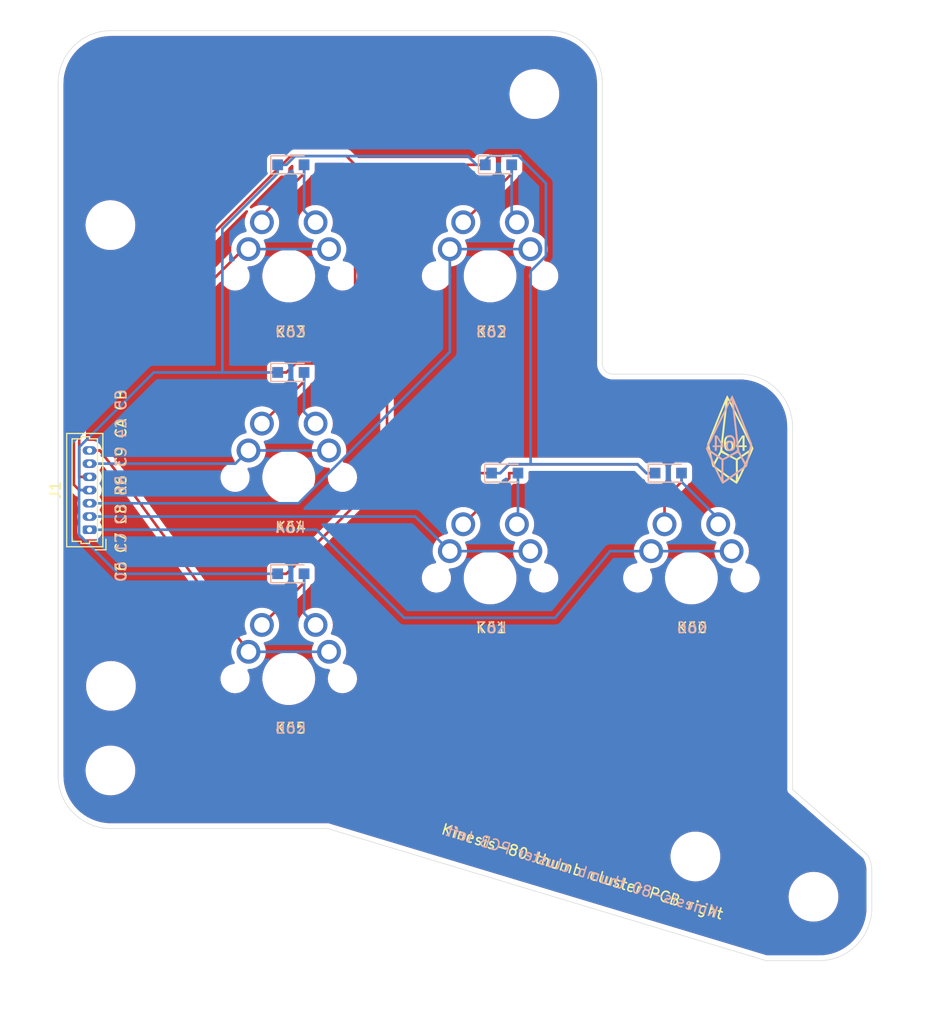
<source format=kicad_pcb>
(kicad_pcb (version 20211014) (generator pcbnew)
  (layers (0 "F.Cu" signal) (31 "B.Cu" signal) (34 "B.Paste" user) (35 "F.Paste" user) (36 "B.SilkS" user "B.Silkscreen") (37 "F.SilkS" user "F.Silkscreen") (38 "B.Mask" user) (39 "F.Mask" user) (44 "Edge.Cuts" user))
  (net 0 "")
  (net 1 "row6")
  (net 2 "Net-(D2-Pad2)")
  (net 3 "Net-(D3-Pad2)")
  (net 4 "col0")
  (net 5 "col1")
  (net 6 "col2")
  (net 7 "col3")
  (net 8 "col4")
  (net 9 "col5")
  (net 10 "Net-(D10-Pad2)")
  (net 11 "Net-(D11-Pad2)")
  (net 12 "Net-(D12-Pad2)")
  (net 13 "Net-(D4-Pad2)")
  (net 14 "Net-(D5-Pad2)")
  (net 15 "Net-(D6-Pad2)")
  (net 16 "Net-(D8-Pad2)")
  (net 17 "Net-(D9-Pad2)")
  (net 18 "Net-(D1-Pad2)")
  (net 19 "Net-(D7-Pad2)")
  (footprint "logo:q64logo" (layer "F.Cu") (at 229.1 64.690625)
    (fp_text reference "G1" hide)
    (fp_text value "LOGO" hide)
  )
  (footprint "Diode_SMD:D_SOD-323_HandSoldering" (layer "F.Cu") (at 223.242 67.8657)
    (fp_text reference "D7" hide)
    (fp_text value "D")
    (pad "1" smd rect locked (at -1.25 0) (size 1 1) (layers "F.Cu" "F.Paste" "F.Mask") (net 1 "row6"))
    (pad "2" smd rect locked (at 1.25 0) (size 1 1) (layers "F.Cu" "F.Paste" "F.Mask") (net 19 "Net-(D7-Pad2)"))
  )
  (footprint "Diode_SMD:D_SOD-323_HandSoldering" (layer "F.Cu") (at 207.764 67.8657)
    (fp_text reference "D8" hide)
    (fp_text value "D")
    (pad "1" smd rect locked (at -1.25 0) (size 1 1) (layers "F.Cu" "F.Paste" "F.Mask") (net 1 "row6"))
    (pad "2" smd rect locked (at 1.25 0) (size 1 1) (layers "F.Cu" "F.Paste" "F.Mask") (net 16 "Net-(D8-Pad2)"))
  )
  (footprint "Diode_SMD:D_SOD-323_HandSoldering" (layer "F.Cu") (at 207.169 38.6953)
    (fp_text reference "D9" hide)
    (fp_text value "D")
    (pad "1" smd rect locked (at -1.25 0) (size 1 1) (layers "F.Cu" "F.Paste" "F.Mask") (net 1 "row6"))
    (pad "2" smd rect locked (at 1.25 0) (size 1 1) (layers "F.Cu" "F.Paste" "F.Mask") (net 17 "Net-(D9-Pad2)"))
  )
  (footprint "Diode_SMD:D_SOD-323_HandSoldering" (layer "F.Cu") (at 187.524 38.6953)
    (fp_text reference "D10" hide)
    (fp_text value "D")
    (pad "1" smd rect locked (at -1.25 0) (size 1 1) (layers "F.Cu" "F.Paste" "F.Mask") (net 1 "row6"))
    (pad "2" smd rect locked (at 1.25 0) (size 1 1) (layers "F.Cu" "F.Paste" "F.Mask") (net 10 "Net-(D10-Pad2)"))
  )
  (footprint "Diode_SMD:D_SOD-323_HandSoldering" (layer "F.Cu") (at 187.524 58.3407)
    (fp_text reference "D11" hide)
    (fp_text value "D")
    (pad "1" smd rect locked (at -1.25 0) (size 1 1) (layers "F.Cu" "F.Paste" "F.Mask") (net 1 "row6"))
    (pad "2" smd rect locked (at 1.25 0) (size 1 1) (layers "F.Cu" "F.Paste" "F.Mask") (net 11 "Net-(D11-Pad2)"))
  )
  (footprint "Diode_SMD:D_SOD-323_HandSoldering" (layer "F.Cu") (at 187.524 77.3907)
    (fp_text reference "D12" hide)
    (fp_text value "D")
    (pad "1" smd rect locked (at -1.25 0) (size 1 1) (layers "F.Cu" "F.Paste" "F.Mask") (net 1 "row6"))
    (pad "2" smd rect locked (at 1.25 0) (size 1 1) (layers "F.Cu" "F.Paste" "F.Mask") (net 12 "Net-(D12-Pad2)"))
  )
  (footprint "Connector_Molex:Molex_PicoBlade_53047-0710_1x07_P1.25mm_Vertical" (layer "F.Cu") (at 168.473 73.223 90)
    (fp_text reference "J1" (at 3.75 -3.25 90) (layer "F.SilkS"))
    (fp_text value "Conn_01x07")
    (pad "1" thru_hole roundrect locked (at 0 0 90) (size 0.8 1.3) (drill 0.5) (layers *.Cu *.Mask) (net 4 "col0"))
    (pad "2" thru_hole oval locked (at 1.25 0 90) (size 0.8 1.3) (drill 0.5) (layers *.Cu *.Mask) (net 5 "col1"))
    (pad "3" thru_hole oval locked (at 2.5 0 90) (size 0.8 1.3) (drill 0.5) (layers *.Cu *.Mask) (net 6 "col2"))
    (pad "4" thru_hole oval locked (at 3.75 0 90) (size 0.8 1.3) (drill 0.5) (layers *.Cu *.Mask) (net 1 "row6"))
    (pad "5" thru_hole oval locked (at 5 0 90) (size 0.8 1.3) (drill 0.5) (layers *.Cu *.Mask) (net 7 "col3"))
    (pad "6" thru_hole oval locked (at 6.25 0 90) (size 0.8 1.3) (drill 0.5) (layers *.Cu *.Mask) (net 8 "col4"))
    (pad "7" thru_hole oval locked (at 7.5 0 90) (size 0.8 1.3) (drill 0.5) (layers *.Cu *.Mask) (net 9 "col5"))
  )
  (footprint "MX_Alps_Hybrid:MXOnly-1U-NoLED" (layer "F.Cu") (at 206.375 77.7875)
    (fp_text reference "K2")
    (fp_text value "KEYSW")
    (pad "" np_thru_hole circle locked (at -5.08 0 48.0996) (size 1.75 1.75) (drill 1.75) (layers *.Cu *.Mask))
    (pad "" np_thru_hole circle locked (at 5.08 0 48.0996) (size 1.75 1.75) (drill 1.75) (layers *.Cu *.Mask))
    (pad "" np_thru_hole circle locked (at 0 0) (size 3.9878 3.9878) (drill 3.9878) (layers *.Cu *.Mask))
    (pad "1" thru_hole circle locked (at -3.81 -2.54) (size 2.25 2.25) (drill 1.47) (layers *.Cu "B.Mask") (net 5 "col1"))
    (pad "2" thru_hole circle locked (at 2.54 -5.08) (size 2.25 2.25) (drill 1.47) (layers *.Cu "B.Mask") (net 2 "Net-(D2-Pad2)"))
  )
  (footprint "MX_Alps_Hybrid:MXOnly-1U-NoLED" (layer "F.Cu") (at 206.375 49.2125)
    (fp_text reference "K3")
    (fp_text value "KEYSW")
    (pad "" np_thru_hole circle locked (at -5.08 0 48.0996) (size 1.75 1.75) (drill 1.75) (layers *.Cu *.Mask))
    (pad "" np_thru_hole circle locked (at 5.08 0 48.0996) (size 1.75 1.75) (drill 1.75) (layers *.Cu *.Mask))
    (pad "" np_thru_hole circle locked (at 0 0) (size 3.9878 3.9878) (drill 3.9878) (layers *.Cu *.Mask))
    (pad "1" thru_hole circle locked (at -3.81 -2.54) (size 2.25 2.25) (drill 1.47) (layers *.Cu "B.Mask") (net 6 "col2"))
    (pad "2" thru_hole circle locked (at 2.54 -5.08) (size 2.25 2.25) (drill 1.47) (layers *.Cu "B.Mask") (net 3 "Net-(D3-Pad2)"))
  )
  (footprint "MX_Alps_Hybrid:MXOnly-1U-NoLED" (layer "F.Cu") (at 187.325 49.2125)
    (fp_text reference "K4")
    (fp_text value "KEYSW")
    (pad "" np_thru_hole circle locked (at 0 0) (size 3.9878 3.9878) (drill 3.9878) (layers *.Cu *.Mask))
    (pad "" np_thru_hole circle locked (at 5.08 0 48.0996) (size 1.75 1.75) (drill 1.75) (layers *.Cu *.Mask))
    (pad "" np_thru_hole circle locked (at -5.08 0 48.0996) (size 1.75 1.75) (drill 1.75) (layers *.Cu *.Mask))
    (pad "1" thru_hole circle locked (at -3.81 -2.54) (size 2.25 2.25) (drill 1.47) (layers *.Cu "B.Mask") (net 7 "col3"))
    (pad "2" thru_hole circle locked (at 2.54 -5.08) (size 2.25 2.25) (drill 1.47) (layers *.Cu "B.Mask") (net 13 "Net-(D4-Pad2)"))
  )
  (footprint "MX_Alps_Hybrid:MXOnly-1U-NoLED" (layer "F.Cu") (at 187.325 68.2625)
    (fp_text reference "K5")
    (fp_text value "KEYSW")
    (pad "" np_thru_hole circle locked (at -5.08 0 48.0996) (size 1.75 1.75) (drill 1.75) (layers *.Cu *.Mask))
    (pad "" np_thru_hole circle locked (at 5.08 0 48.0996) (size 1.75 1.75) (drill 1.75) (layers *.Cu *.Mask))
    (pad "" np_thru_hole circle locked (at 0 0) (size 3.9878 3.9878) (drill 3.9878) (layers *.Cu *.Mask))
    (pad "1" thru_hole circle locked (at -3.81 -2.54) (size 2.25 2.25) (drill 1.47) (layers *.Cu "B.Mask") (net 8 "col4"))
    (pad "2" thru_hole circle locked (at 2.54 -5.08) (size 2.25 2.25) (drill 1.47) (layers *.Cu "B.Mask") (net 14 "Net-(D5-Pad2)"))
  )
  (footprint "MX_Alps_Hybrid:MXOnly-1U-NoLED" (layer "F.Cu") (at 187.325 87.3125)
    (fp_text reference "K6")
    (fp_text value "KEYSW")
    (pad "" np_thru_hole circle locked (at 5.08 0 48.0996) (size 1.75 1.75) (drill 1.75) (layers *.Cu *.Mask))
    (pad "" np_thru_hole circle locked (at 0 0) (size 3.9878 3.9878) (drill 3.9878) (layers *.Cu *.Mask))
    (pad "" np_thru_hole circle locked (at -5.08 0 48.0996) (size 1.75 1.75) (drill 1.75) (layers *.Cu *.Mask))
    (pad "1" thru_hole circle locked (at -3.81 -2.54) (size 2.25 2.25) (drill 1.47) (layers *.Cu "B.Mask") (net 9 "col5"))
    (pad "2" thru_hole circle locked (at 2.54 -5.08) (size 2.25 2.25) (drill 1.47) (layers *.Cu "B.Mask") (net 15 "Net-(D6-Pad2)"))
  )
  (footprint "MX_Alps_Hybrid:MXOnly-1U-NoLED" (layer "F.Cu") (at 225.425 77.7875)
    (fp_text reference "K1")
    (fp_text value "KEYSW")
    (pad "" np_thru_hole circle locked (at 5.08 0 48.0996) (size 1.75 1.75) (drill 1.75) (layers *.Cu *.Mask))
    (pad "" np_thru_hole circle locked (at -5.08 0 48.0996) (size 1.75 1.75) (drill 1.75) (layers *.Cu *.Mask))
    (pad "" np_thru_hole circle locked (at 0 0) (size 3.9878 3.9878) (drill 3.9878) (layers *.Cu *.Mask))
    (pad "1" thru_hole circle locked (at -3.81 -2.54) (size 2.25 2.25) (drill 1.47) (layers *.Cu "B.Mask") (net 4 "col0"))
    (pad "2" thru_hole circle locked (at 2.54 -5.08) (size 2.25 2.25) (drill 1.47) (layers *.Cu "B.Mask") (net 18 "Net-(D1-Pad2)"))
  )
  (footprint "MountingHole:MountingHole_3.7mm" (layer "B.Cu") (at 170.45 96 180)
    (fp_text reference "REF5" hide)
    (fp_text value "MountingHole_3.7mm" hide)
    (pad "" np_thru_hole circle locked (at 0 0 180) (size 3.7 3.7) (drill 3.7) (layers *.Cu *.Mask))
  )
  (footprint "MountingHole:MountingHole_3.7mm" (layer "B.Cu") (at 170.45 44.4 180)
    (fp_text reference "REF1" hide)
    (fp_text value "MountingHole_3.7mm" hide)
    (pad "" np_thru_hole circle locked (at 0 0 180) (size 3.7 3.7) (drill 3.7) (layers *.Cu *.Mask))
  )
  (footprint "logo:q64logo" (layer "B.Cu") (at 228.996875 64.690625 180)
    (fp_text reference "G2" hide)
    (fp_text value "LOGO" hide)
  )
  (footprint "MountingHole:MountingHole_3.7mm" (layer "B.Cu") (at 225.806 104.14 180)
    (fp_text reference "REF3" hide)
    (fp_text value "MountingHole_3.7mm" hide)
    (pad "" np_thru_hole circle locked (at 0 0 180) (size 3.7 3.7) (drill 3.7) (layers *.Cu *.Mask))
  )
  (footprint "MountingHole:MountingHole_3.7mm" (layer "B.Cu") (at 170.5 88 180)
    (fp_text reference "REF6" hide)
    (fp_text value "MountingHole_3.7mm" hide)
    (pad "" np_thru_hole circle locked (at 0 0 180) (size 3.7 3.7) (drill 3.7) (layers *.Cu *.Mask))
  )
  (footprint "MountingHole:MountingHole_3.7mm" (layer "B.Cu") (at 210.566 32.004 180)
    (fp_text reference "REF2" hide)
    (fp_text value "MountingHole_3.7mm")
    (pad "" np_thru_hole circle locked (at 0 0 180) (size 3.7 3.7) (drill 3.7) (layers *.Cu *.Mask))
  )
  (footprint "MountingHole:MountingHole_3.7mm" (layer "B.Cu") (at 236.982 107.95 180)
    (fp_text reference "REF4" hide)
    (fp_text value "MountingHole_3.7mm" hide)
    (pad "" np_thru_hole circle locked (at 0 0 180) (size 3.7 3.7) (drill 3.7) (layers *.Cu *.Mask))
  )
  (footprint "Diode_SMD:D_SOD-323_HandSoldering" (layer "B.Cu") (at 223.242 67.8657)
    (fp_text reference "D1" hide)
    (fp_text value "D")
    (pad "1" smd rect locked (at -1.25 0) (size 1 1) (layers "B.Cu" "B.Paste" "B.Mask") (net 1 "row6"))
    (pad "2" smd rect locked (at 1.25 0) (size 1 1) (layers "B.Cu" "B.Paste" "B.Mask") (net 18 "Net-(D1-Pad2)"))
  )
  (footprint "Diode_SMD:D_SOD-323_HandSoldering" (layer "B.Cu") (at 207.764 67.8657)
    (fp_text reference "D2" hide)
    (fp_text value "D")
    (pad "1" smd rect locked (at -1.25 0) (size 1 1) (layers "B.Cu" "B.Paste" "B.Mask") (net 1 "row6"))
    (pad "2" smd rect locked (at 1.25 0) (size 1 1) (layers "B.Cu" "B.Paste" "B.Mask") (net 2 "Net-(D2-Pad2)"))
  )
  (footprint "Diode_SMD:D_SOD-323_HandSoldering" (layer "B.Cu") (at 207.169 38.6953)
    (fp_text reference "D3" hide)
    (fp_text value "D")
    (pad "1" smd rect locked (at -1.25 0) (size 1 1) (layers "B.Cu" "B.Paste" "B.Mask") (net 1 "row6"))
    (pad "2" smd rect locked (at 1.25 0) (size 1 1) (layers "B.Cu" "B.Paste" "B.Mask") (net 3 "Net-(D3-Pad2)"))
  )
  (footprint "Diode_SMD:D_SOD-323_HandSoldering" (layer "B.Cu") (at 187.524 38.6953)
    (fp_text reference "D4" hide)
    (fp_text value "D")
    (pad "1" smd rect locked (at -1.25 0) (size 1 1) (layers "B.Cu" "B.Paste" "B.Mask") (net 1 "row6"))
    (pad "2" smd rect locked (at 1.25 0) (size 1 1) (layers "B.Cu" "B.Paste" "B.Mask") (net 13 "Net-(D4-Pad2)"))
  )
  (footprint "Diode_SMD:D_SOD-323_HandSoldering" (layer "B.Cu") (at 187.524 58.3407)
    (fp_text reference "D5" hide)
    (fp_text value "D")
    (pad "1" smd rect locked (at -1.25 0) (size 1 1) (layers "B.Cu" "B.Paste" "B.Mask") (net 1 "row6"))
    (pad "2" smd rect locked (at 1.25 0) (size 1 1) (layers "B.Cu" "B.Paste" "B.Mask") (net 14 "Net-(D5-Pad2)"))
  )
  (footprint "Diode_SMD:D_SOD-323_HandSoldering" (layer "B.Cu") (at 187.524 77.3907)
    (fp_text reference "D6" hide)
    (fp_text value "D")
    (pad "1" smd rect locked (at -1.25 0) (size 1 1) (layers "B.Cu" "B.Paste" "B.Mask") (net 1 "row6"))
    (pad "2" smd rect locked (at 1.25 0) (size 1 1) (layers "B.Cu" "B.Paste" "B.Mask") (net 15 "Net-(D6-Pad2)"))
  )
  (footprint "misc:MXOnly-1U-NoLED-twin" (layer "B.Cu") (at 225.425 77.7875 180)
    (fp_text reference "K7")
    (fp_text value "KEYSW")
    (pad "1" thru_hole circle locked (at -3.81 2.54 180) (size 2.25 2.25) (drill 1.47) (layers *.Cu "F.Mask") (net 4 "col0"))
    (pad "2" thru_hole circle locked (at 2.54 5.08 180) (size 2.25 2.25) (drill 1.47) (layers *.Cu "F.Mask") (net 19 "Net-(D7-Pad2)"))
  )
  (footprint "misc:MXOnly-1U-NoLED-twin" (layer "B.Cu") (at 206.375 77.7875 180)
    (fp_text reference "K8")
    (fp_text value "KEYSW")
    (pad "1" thru_hole circle locked (at -3.81 2.54 180) (size 2.25 2.25) (drill 1.47) (layers *.Cu "F.Mask") (net 5 "col1"))
    (pad "2" thru_hole circle locked (at 2.54 5.08 180) (size 2.25 2.25) (drill 1.47) (layers *.Cu "F.Mask") (net 16 "Net-(D8-Pad2)"))
  )
  (footprint "misc:MXOnly-1U-NoLED-twin" (layer "B.Cu") (at 206.375 49.2125 180)
    (fp_text reference "K9")
    (fp_text value "KEYSW")
    (pad "1" thru_hole circle locked (at -3.81 2.54 180) (size 2.25 2.25) (drill 1.47) (layers *.Cu "F.Mask") (net 6 "col2"))
    (pad "2" thru_hole circle locked (at 2.54 5.08 180) (size 2.25 2.25) (drill 1.47) (layers *.Cu "F.Mask") (net 17 "Net-(D9-Pad2)"))
  )
  (footprint "misc:MXOnly-1U-NoLED-twin" (layer "B.Cu") (at 187.325 49.2125 180)
    (fp_text reference "K10")
    (fp_text value "KEYSW")
    (pad "1" thru_hole circle locked (at -3.81 2.54 180) (size 2.25 2.25) (drill 1.47) (layers *.Cu "F.Mask") (net 7 "col3"))
    (pad "2" thru_hole circle locked (at 2.54 5.08 180) (size 2.25 2.25) (drill 1.47) (layers *.Cu "F.Mask") (net 10 "Net-(D10-Pad2)"))
  )
  (footprint "misc:MXOnly-1U-NoLED-twin" (layer "B.Cu") (at 187.325 68.2625 180)
    (fp_text reference "K11")
    (fp_text value "KEYSW")
    (pad "1" thru_hole circle locked (at -3.81 2.54 180) (size 2.25 2.25) (drill 1.47) (layers *.Cu "F.Mask") (net 8 "col4"))
    (pad "2" thru_hole circle locked (at 2.54 5.08 180) (size 2.25 2.25) (drill 1.47) (layers *.Cu "F.Mask") (net 11 "Net-(D11-Pad2)"))
  )
  (footprint "misc:MXOnly-1U-NoLED-twin" (layer "B.Cu") (at 187.325 87.3125 180)
    (fp_text reference "K12")
    (fp_text value "KEYSW")
    (pad "1" thru_hole circle locked (at -3.81 2.54 180) (size 2.25 2.25) (drill 1.47) (layers *.Cu "F.Mask") (net 9 "col5"))
    (pad "2" thru_hole circle locked (at 2.54 5.08 180) (size 2.25 2.25) (drill 1.47) (layers *.Cu "F.Mask") (net 12 "Net-(D12-Pad2)"))
  )
  (gr_line (start 191 101.5) (end 232.5 114) (layer "Edge.Cuts") (width 0.05))
  (gr_line (start 235 97.79) (end 242.102333 104.007398) (layer "Edge.Cuts") (width 0.05))
  (gr_line (start 170.5 26) (end 212 26) (layer "Edge.Cuts") (width 0.05))
  (gr_line (start 165.5 31) (end 165.5 96.5) (layer "Edge.Cuts") (width 0.05))
  (gr_arc (start 218 58.5) (mid 217.292893 58.207107) (end 217 57.5) (layer "Edge.Cuts") (width 0.05))
  (gr_line (start 217 31) (end 217 57.5) (layer "Edge.Cuts") (width 0.05))
  (gr_line (start 218 58.5) (end 230 58.5) (layer "Edge.Cuts") (width 0.05))
  (gr_line (start 235 63.5) (end 235 97.79) (layer "Edge.Cuts") (width 0.05))
  (gr_arc (start 230 58.5) (mid 233.535534 59.964466) (end 235 63.5) (layer "Edge.Cuts") (width 0.05))
  (gr_arc (start 165.5 31) (mid 166.964466 27.464466) (end 170.5 26) (layer "Edge.Cuts") (width 0.05))
  (gr_arc (start 170.5 101.5) (mid 166.964466 100.035534) (end 165.5 96.5) (layer "Edge.Cuts") (width 0.05))
  (gr_arc (start 242.5 109) (mid 241.035534 112.535534) (end 237.5 114) (layer "Edge.Cuts") (width 0.05))
  (gr_arc (start 242.102333 104.007398) (mid 242.398879 104.727666) (end 242.5 105.5) (layer "Edge.Cuts") (width 0.05))
  (gr_line (start 237.5 114) (end 232.5 114) (layer "Edge.Cuts") (width 0.05))
  (gr_line (start 242.5 109) (end 242.5 105.5) (layer "Edge.Cuts") (width 0.05))
  (gr_line (start 170.5 101.5) (end 191 101.5) (layer "Edge.Cuts") (width 0.05))
  (gr_arc (start 212 26) (mid 215.535534 27.464466) (end 217 31) (layer "Edge.Cuts") (width 0.05))
  (gr_text "Kinesis-80 thumb cluster PCB left" (at 215.10625 105.56875 343) (layer "B.SilkS") (effects (font (size 1 1)) (justify mirror)))
  (gr_text "C5 C4 C3 R6 C2 C1 C0" (at 171.449856 69.056192 90) (layer "B.SilkS") (effects (font (size 1 1)) (justify mirror)))
  (gr_text "K69" (at 187.5 54.5) (layer "B.SilkS") (effects (font (size 1 1)) (justify mirror)))
  (gr_text "K6A" (at 187.5 73) (layer "B.SilkS") (effects (font (size 1 1)) (justify mirror)))
  (gr_text "K68" (at 206.5 54.5) (layer "B.SilkS") (effects (font (size 1 1)) (justify mirror)))
  (gr_text "K6B" (at 187.5 92) (layer "B.SilkS") (effects (font (size 1 1)) (justify mirror)))
  (gr_text "K67" (at 206.5 82.5) (layer "B.SilkS") (effects (font (size 1 1)) (justify mirror)))
  (gr_text "K66" (at 225.5 82.5) (layer "B.SilkS") (effects (font (size 1 1)) (justify mirror)))
  (gr_text "Kinesis-80 thumb cluster PCB right" (at 215.10625 105.56875 343) (layer "F.SilkS") (effects (font (size 1 1))))
  (gr_text "K60" (at 225.5 82.5) (layer "F.SilkS") (effects (font (size 1 1))))
  (gr_text "K63" (at 187.5 54.5) (layer "F.SilkS") (effects (font (size 1 1))))
  (gr_text "K62" (at 206.5 54.5) (layer "F.SilkS") (effects (font (size 1 1))))
  (gr_text "K61" (at 206.5 82.5) (layer "F.SilkS") (effects (font (size 1 1))))
  (gr_text "K65" (at 187.5 92) (layer "F.SilkS") (effects (font (size 1 1))))
  (gr_text "K64" (at 187.5 73) (layer "F.SilkS") (effects (font (size 1 1))))
  (gr_text "C6 C7 C8 R6 C9 CA CB" (at 171.449856 69.056192 90) (layer "F.SilkS") (effects (font (size 1 1))))
  (segment (start 187.9466 57.4934) (end 193.6054 57.4934) (width 0.25) (layer "F.Cu") (net 1))
  (segment (start 187.0993 77.3907) (end 196.6243 67.8657) (width 0.25) (layer "F.Cu") (net 1))
  (segment (start 196.6243 60.5123) (end 196.6243 67.8657) (width 0.25) (layer "F.Cu") (net 1))
  (segment (start 196.6243 67.8657) (end 206.514 67.8657) (width 0.25) (layer "F.Cu") (net 1))
  (segment (start 166.9904 58.3916) (end 186.6867 38.6953) (width 0.25) (layer "F.Cu") (net 1))
  (segment (start 220.3414 67.0404) (end 221.1667 67.8657) (width 0.25) (layer "F.Cu") (net 1))
  (segment (start 208.1646 67.0404) (end 220.3414 67.0404) (width 0.25) (layer "F.Cu") (net 1))
  (segment (start 166.9904 68.9657) (end 166.9904 58.3916) (width 0.25) (layer "F.Cu") (net 1))
  (segment (start 206.514 67.8657) (end 207.3393 67.8657) (width 0.25) (layer "F.Cu") (net 1))
  (segment (start 186.6867 38.6953) (end 187.512 37.87) (width 0.25) (layer "F.Cu") (net 1))
  (segment (start 193.6054 38.6953) (end 205.0937 38.6953) (width 0.25) (layer "F.Cu") (net 1))
  (segment (start 207.3393 67.8657) (end 208.1646 67.0404) (width 0.25) (layer "F.Cu") (net 1))
  (segment (start 192.7801 37.87) (end 193.6054 38.6953) (width 0.25) (layer "F.Cu") (net 1))
  (segment (start 167.4977 69.473) (end 166.9904 68.9657) (width 0.25) (layer "F.Cu") (net 1))
  (segment (start 193.6054 38.6953) (end 193.6054 57.4934) (width 0.25) (layer "F.Cu") (net 1))
  (segment (start 186.274 58.3407) (end 187.0993 58.3407) (width 0.25) (layer "F.Cu") (net 1))
  (segment (start 168.473 69.473) (end 167.4977 69.473) (width 0.25) (layer "F.Cu") (net 1))
  (segment (start 205.919 38.6953) (end 205.0937 38.6953) (width 0.25) (layer "F.Cu") (net 1))
  (segment (start 221.992 67.8657) (end 221.1667 67.8657) (width 0.25) (layer "F.Cu") (net 1))
  (segment (start 187.512 37.87) (end 192.7801 37.87) (width 0.25) (layer "F.Cu") (net 1))
  (segment (start 186.274 38.6953) (end 186.6867 38.6953) (width 0.25) (layer "F.Cu") (net 1))
  (segment (start 193.6054 57.4934) (end 196.6243 60.5123) (width 0.25) (layer "F.Cu") (net 1))
  (segment (start 186.274 77.3907) (end 187.0993 77.3907) (width 0.25) (layer "F.Cu") (net 1))
  (segment (start 187.0993 58.3407) (end 187.9466 57.4934) (width 0.25) (layer "F.Cu") (net 1))
  (segment (start 211.6596 47.3103) (end 210.2124 48.7575) (width 0.25) (layer "B.Cu") (net 1))
  (segment (start 186.274 38.6953) (end 186.274 39.5206) (width 0.25) (layer "B.Cu") (net 1))
  (segment (start 221.992 67.8657) (end 221.1667 67.8657) (width 0.25) (layer "B.Cu") (net 1))
  (segment (start 209.0523 37.8373) (end 211.6596 40.4446) (width 0.25) (layer "B.Cu") (net 1))
  (segment (start 204.2684 37.87) (end 205.0937 38.6953) (width 0.25) (layer "B.Cu") (net 1))
  (segment (start 186.274 38.6953) (end 187.0993 38.6953) (width 0.25) (layer "B.Cu") (net 1))
  (segment (start 181.0414 58.3407) (end 181.0414 44.7532) (width 0.25) (layer "B.Cu") (net 1))
  (segment (start 181.0414 44.7532) (end 186.274 39.5206) (width 0.25) (layer "B.Cu") (net 1))
  (segment (start 167.4977 69.473) (end 167.4977 65.3975) (width 0.25) (layer "B.Cu") (net 1))
  (segment (start 205.919 38.6953) (end 205.5064 38.6953) (width 0.25) (layer "B.Cu") (net 1))
  (segment (start 205.5064 38.6953) (end 206.3644 37.8373) (width 0.25) (layer "B.Cu") (net 1))
  (segment (start 205.5064 38.6953) (end 205.0937 38.6953) (width 0.25) (layer "B.Cu") (net 1))
  (segment (start 167.6103 69.473) (end 167.4977 69.473) (width 0.25) (layer "B.Cu") (net 1))
  (segment (start 210.2124 67.0226) (end 208.1824 67.0226) (width 0.25) (layer "B.Cu") (net 1))
  (segment (start 167.4977 65.3975) (end 174.5545 58.3407) (width 0.25) (layer "B.Cu") (net 1))
  (segment (start 187.9246 37.87) (end 204.2684 37.87) (width 0.25) (layer "B.Cu") (net 1))
  (segment (start 171.183 77.3907) (end 186.274 77.3907) (width 0.25) (layer "B.Cu") (net 1))
  (segment (start 221.1667 67.8657) (end 220.3236 67.0226) (width 0.25) (layer "B.Cu") (net 1))
  (segment (start 206.514 67.8657) (end 207.3393 67.8657) (width 0.25) (layer "B.Cu") (net 1))
  (segment (start 206.3644 37.8373) (end 209.0523 37.8373) (width 0.25) (layer "B.Cu") (net 1))
  (segment (start 210.2124 48.7575) (end 210.2124 67.0226) (width 0.25) (layer "B.Cu") (net 1))
  (segment (start 168.473 69.473) (end 167.6103 69.473) (width 0.25) (layer "B.Cu") (net 1))
  (segment (start 220.3236 67.0226) (end 210.2124 67.0226) (width 0.25) (layer "B.Cu") (net 1))
  (segment (start 167.4829 73.6906) (end 171.183 77.3907) (width 0.25) (layer "B.Cu") (net 1))
  (segment (start 181.0414 58.3407) (end 186.274 58.3407) (width 0.25) (layer "B.Cu") (net 1))
  (segment (start 187.0993 38.6953) (end 187.9246 37.87) (width 0.25) (layer "B.Cu") (net 1))
  (segment (start 167.4977 69.473) (end 167.4829 69.4878) (width 0.25) (layer "B.Cu") (net 1))
  (segment (start 174.5545 58.3407) (end 181.0414 58.3407) (width 0.25) (layer "B.Cu") (net 1))
  (segment (start 208.1824 67.0226) (end 207.3393 67.8657) (width 0.25) (layer "B.Cu") (net 1))
  (segment (start 211.6596 40.4446) (end 211.6596 47.3103) (width 0.25) (layer "B.Cu") (net 1))
  (segment (start 167.4829 69.4878) (end 167.4829 73.6906) (width 0.25) (layer "B.Cu") (net 1))
  (segment (start 208.915 72.7075) (end 209.014 72.6085) (width 0.25) (layer "B.Cu") (net 2))
  (segment (start 209.014 72.6085) (end 209.014 67.8657) (width 0.25) (layer "B.Cu") (net 2))
  (segment (start 208.915 44.1325) (end 208.419 43.6365) (width 0.25) (layer "B.Cu") (net 3))
  (segment (start 208.419 43.6365) (end 208.419 38.6953) (width 0.25) (layer "B.Cu") (net 3))
  (segment (start 229.235 75.2475) (end 221.615 75.2475) (width 0.25) (layer "B.Cu") (net 4))
  (segment (start 217.7326 75.2475) (end 212.526384 81.557744) (width 0.25) (layer "B.Cu") (net 4))
  (segment (start 221.615 75.2475) (end 217.7326 75.2475) (width 0.25) (layer "B.Cu") (net 4))
  (segment (start 198.238896 81.557744) (end 189.9459 73.223) (width 0.25) (layer "B.Cu") (net 4))
  (segment (start 212.526384 81.557744) (end 198.238896 81.557744) (width 0.25) (layer "B.Cu") (net 4))
  (segment (start 189.9459 73.223) (end 168.473 73.223) (width 0.25) (layer "B.Cu") (net 4))
  (segment (start 210.185 75.2475) (end 202.565 75.2475) (width 0.25) (layer "B.Cu") (net 5))
  (segment (start 202.565 75.2475) (end 199.2905 71.973) (width 0.25) (layer "B.Cu") (net 5))
  (segment (start 199.2905 71.973) (end 168.473 71.973) (width 0.25) (layer "B.Cu") (net 5))
  (segment (start 202.565 56.405) (end 188.247 70.723) (width 0.25) (layer "B.Cu") (net 6))
  (segment (start 202.565 46.6725) (end 202.565 56.405) (width 0.25) (layer "B.Cu") (net 6))
  (segment (start 210.185 46.6725) (end 202.565 46.6725) (width 0.25) (layer "B.Cu") (net 6))
  (segment (start 188.247 70.723) (end 168.473 70.723) (width 0.25) (layer "B.Cu") (net 6))
  (segment (start 183.0312 46.6725) (end 167.4977 62.206) (width 0.25) (layer "F.Cu") (net 7))
  (segment (start 183.515 46.6725) (end 183.0312 46.6725) (width 0.25) (layer "F.Cu") (net 7))
  (segment (start 168.473 68.223) (end 167.4977 68.223) (width 0.25) (layer "F.Cu") (net 7))
  (segment (start 167.4977 62.206) (end 167.4977 68.223) (width 0.25) (layer "F.Cu") (net 7))
  (segment (start 191.135 46.6725) (end 183.515 46.6725) (width 0.25) (layer "B.Cu") (net 7))
  (segment (start 191.135 65.7225) (end 183.515 65.7225) (width 0.25) (layer "B.Cu") (net 8))
  (segment (start 182.2645 66.973) (end 168.473 66.973) (width 0.25) (layer "B.Cu") (net 8))
  (segment (start 183.515 65.7225) (end 182.2645 66.973) (width 0.25) (layer "B.Cu") (net 8))
  (segment (start 172.045168 69.056192) (end 169.4483 65.723) (width 0.25) (layer "F.Cu") (net 9))
  (segment (start 183.515 84.7725) (end 172.045168 69.056192) (width 0.25) (layer "F.Cu") (net 9))
  (segment (start 169.4483 65.723) (end 168.473 65.723) (width 0.25) (layer "F.Cu") (net 9))
  (segment (start 191.135 84.7725) (end 183.515 84.7725) (width 0.25) (layer "B.Cu") (net 9))
  (segment (start 184.785 43.5096) (end 188.774 39.5206) (width 0.25) (layer "F.Cu") (net 10))
  (segment (start 184.785 44.1325) (end 184.785 43.5096) (width 0.25) (layer "F.Cu") (net 10))
  (segment (start 188.774 38.6953) (end 188.774 39.5206) (width 0.25) (layer "F.Cu") (net 10))
  (segment (start 188.774 59.1935) (end 188.774 58.3407) (width 0.25) (layer "F.Cu") (net 11))
  (segment (start 184.785 63.1825) (end 188.774 59.1935) (width 0.25) (layer "F.Cu") (net 11))
  (segment (start 184.785 82.2325) (end 188.774 78.2435) (width 0.25) (layer "F.Cu") (net 12))
  (segment (start 188.774 78.2435) (end 188.774 77.3907) (width 0.25) (layer "F.Cu") (net 12))
  (segment (start 188.774 43.0415) (end 188.774 38.6953) (width 0.25) (layer "B.Cu") (net 13))
  (segment (start 189.865 44.1325) (end 188.774 43.0415) (width 0.25) (layer "B.Cu") (net 13))
  (segment (start 188.774 62.0915) (end 188.774 58.3407) (width 0.25) (layer "B.Cu") (net 14))
  (segment (start 189.865 63.1825) (end 188.774 62.0915) (width 0.25) (layer "B.Cu") (net 14))
  (segment (start 189.865 82.2325) (end 188.774 81.1415) (width 0.25) (layer "B.Cu") (net 15))
  (segment (start 188.774 81.1415) (end 188.774 77.3907) (width 0.25) (layer "B.Cu") (net 15))
  (segment (start 208.1887 68.3538) (end 208.1887 67.8657) (width 0.25) (layer "F.Cu") (net 16))
  (segment (start 203.835 72.7075) (end 208.1887 68.3538) (width 0.25) (layer "F.Cu") (net 16))
  (segment (start 209.014 67.8657) (end 208.1887 67.8657) (width 0.25) (layer "F.Cu") (net 16))
  (segment (start 208.419 39.5485) (end 208.419 38.6953) (width 0.25) (layer "F.Cu") (net 17))
  (segment (start 203.835 44.1325) (end 208.419 39.5485) (width 0.25) (layer "F.Cu") (net 17))
  (segment (start 227.965 72.7075) (end 227.965 72.164) (width 0.25) (layer "B.Cu") (net 18))
  (segment (start 224.492 67.8657) (end 224.492 68.691) (width 0.25) (layer "B.Cu") (net 18))
  (segment (start 227.965 72.164) (end 224.492 68.691) (width 0.25) (layer "B.Cu") (net 18))
  (segment (start 222.885 72.7075) (end 222.885 70.298) (width 0.25) (layer "F.Cu") (net 19))
  (segment (start 222.885 70.298) (end 224.492 68.691) (width 0.25) (layer "F.Cu") (net 19))
  (segment (start 224.492 67.8657) (end 224.492 68.691) (width 0.25) (layer "F.Cu") (net 19))
  (zone (net 0) (net_name "") (layer "F.Cu") (connect_pads (clearance 0.508)) (min_thickness 0.254) (fill yes (thermal_gap 0.508) (thermal_bridge_width 0.508))
    (polygon (pts (xy 220 50) (xy 240 55) (xy 240 90) (xy 250 110) (xy 250 120) (xy 160 105) (xy 162.5 44.5) (xy 164.3 25.5) (xy 167.3 23.1) (xy 200 25) (xy 220 25)))
  )
  (zone (net 0) (net_name "") (layer "B.Cu") (connect_pads (clearance 0.508)) (min_thickness 0.254) (fill yes (thermal_gap 0.508) (thermal_bridge_width 0.508))
    (polygon (pts (xy 240 55) (xy 250 120) (xy 160 105) (xy 160 25) (xy 220 25)))
  )
)
</source>
